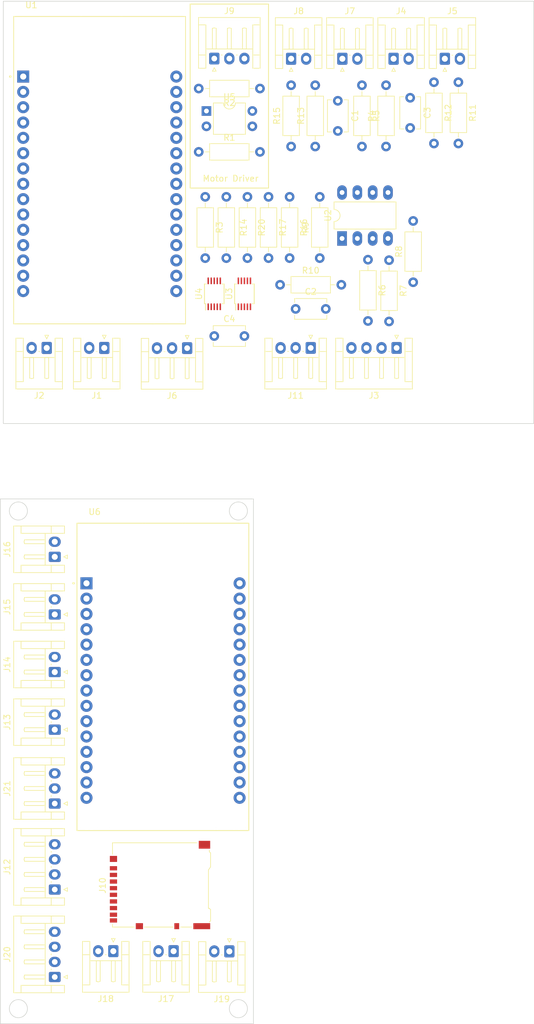
<source format=kicad_pcb>
(kicad_pcb (version 20221018) (generator pcbnew)
  (layers (0 "F.Cu" signal) (31 "B.Cu" signal) (34 "B.Paste" user) (35 "F.Paste" user) (36 "B.SilkS" user "B.Silkscreen") (37 "F.SilkS" user "F.Silkscreen") (38 "B.Mask" user) (39 "F.Mask" user) (44 "Edge.Cuts" user))
  (net 0 "")
  (net 1 "Reduced Bat1V")
  (net 2 "GND")
  (net 3 "Current")
  (net 4 "Reduced TotalV")
  (net 5 "3.3V")
  (net 6 "9V")
  (net 7 "Net-(J2-Pin_1)")
  (net 8 "Net-(J2-Pin_2)")
  (net 9 "Net-(J3-Pin_2)")
  (net 10 "Net-(J3-Pin_3)")
  (net 11 "+5V")
  (net 12 "Net-(J4-Pin_2)")
  (net 13 "Net-(J5-Pin_2)")
  (net 14 "Net-(J6-Pin_2)")
  (net 15 "Motor Temp")
  (net 16 "Motor Controller Temp")
  (net 17 "Net-(J9-Pin_1)")
  (net 18 "Net-(J9-Pin_2)")
  (net 19 "Net-(J9-Pin_3)")
  (net 23 "Net-(J10-VDD)")
  (net 25 "Net-(J10-VSS)")
  (net 29 "Net-(J11-Pin_2)")
  (net 55 "Net-(R1-Pad2)")
  (net 56 "SCL")
  (net 57 "Net-(U2A-+)")
  (net 58 "Net-(U2A--)")
  (net 59 "Net-(R10-Pad2)")
  (net 60 "SDA")
  (net 61 "Net-(U3-ALERT{slash}RDY)")
  (net 62 "Net-(U4-ALERT{slash}RDY)")
  (net 63 "Net-(U4-ADDR)")
  (net 76 "GPIO 27 - PWM")
  (footprint "Connector_JST:JST_EH_S2B-EH_1x02_P2.50mm_Horizontal" (layer "F.Cu") (at 30.7 78.9675 180)
    (fp_text reference "J2" (at 1.25 -7.9) (layer "F.SilkS"))
    (fp_text value "Data (RX TX)")
    (pad "1" thru_hole roundrect (at 0 0 180) (size 1.7 2) (drill 1) (layers "*.Cu" "*.Mask") (roundrect_rratio 0.147059) (net 7 "Net-(J2-Pin_1)"))
    (pad "2" thru_hole oval (at 2.5 0 180) (size 1.7 2) (drill 1) (layers "*.Cu" "*.Mask") (net 8 "Net-(J2-Pin_2)"))
  )
  (footprint "Connector_JST:JST_EH_S4B-EH_1x04_P2.50mm_Horizontal" (layer "F.Cu") (at 32.0325 168.75 90)
    (fp_text reference "J12" (at 3.75 -7.9 90) (layer "F.SilkS"))
    (fp_text value "Screen Connector")
    (pad "1" thru_hole roundrect (at 0 0 90) (size 1.7 1.95) (drill 0.95) (layers "*.Cu" "*.Mask") (roundrect_rratio 0.147059))
    (pad "2" thru_hole oval (at 2.5 0 90) (size 1.7 1.95) (drill 0.95) (layers "*.Cu" "*.Mask"))
    (pad "3" thru_hole oval (at 5 0 90) (size 1.7 1.95) (drill 0.95) (layers "*.Cu" "*.Mask"))
    (pad "4" thru_hole oval (at 7.5 0 90) (size 1.7 1.95) (drill 0.95) (layers "*.Cu" "*.Mask"))
  )
  (footprint "Package_DIP:DIP-8_W7.62mm_LongPads" (layer "F.Cu") (at 79.7 60.825 90)
    (fp_text reference "U2" (at 3.81 -2.33 90) (layer "F.SilkS"))
    (fp_text value "MCP6002-xP")
    (pad "1" thru_hole rect (at 0 0 90) (size 2.4 1.6) (drill 0.8) (layers "*.Cu" "*.Mask") (net 59 "Net-(R10-Pad2)"))
    (pad "2" thru_hole oval (at 0 2.54 90) (size 2.4 1.6) (drill 0.8) (layers "*.Cu" "*.Mask") (net 58 "Net-(U2A--)"))
    (pad "3" thru_hole oval (at 0 5.08 90) (size 2.4 1.6) (drill 0.8) (layers "*.Cu" "*.Mask") (net 57 "Net-(U2A-+)"))
    (pad "4" thru_hole oval (at 0 7.62 90) (size 2.4 1.6) (drill 0.8) (layers "*.Cu" "*.Mask") (net 2 "GND"))
    (pad "5" thru_hole oval (at 7.62 7.62 90) (size 2.4 1.6) (drill 0.8) (layers "*.Cu" "*.Mask"))
    (pad "6" thru_hole oval (at 7.62 5.08 90) (size 2.4 1.6) (drill 0.8) (layers "*.Cu" "*.Mask"))
    (pad "7" thru_hole oval (at 7.62 2.54 90) (size 2.4 1.6) (drill 0.8) (layers "*.Cu" "*.Mask"))
    (pad "8" thru_hole oval (at 7.62 0 90) (size 2.4 1.6) (drill 0.8) (layers "*.Cu" "*.Mask") (net 11 "+5V"))
  )
  (footprint "Connector_JST:JST_EH_S3B-EH_1x03_P2.50mm_Horizontal" (layer "F.Cu") (at 74.5 78.9675 180)
    (fp_text reference "J11" (at 2.5 -7.9) (layer "F.SilkS"))
    (fp_text value "Throttle HallEffect")
    (pad "1" thru_hole roundrect (at 0 0 180) (size 1.7 1.95) (drill 0.95) (layers "*.Cu" "*.Mask") (roundrect_rratio 0.147059) (net 2 "GND"))
    (pad "2" thru_hole oval (at 2.5 0 180) (size 1.7 1.95) (drill 0.95) (layers "*.Cu" "*.Mask") (net 29 "Net-(J11-Pin_2)"))
    (pad "3" thru_hole oval (at 5 0 180) (size 1.7 1.95) (drill 0.95) (layers "*.Cu" "*.Mask") (net 5 "3.3V"))
  )
  (footprint "Resistor_THT:R_Axial_DIN0207_L6.3mm_D2.5mm_P10.16mm_Horizontal" (layer "F.Cu") (at 57 53.92 -90)
    (fp_text reference "R3" (at 5.08 -2.37 90) (layer "F.SilkS"))
    (fp_text value "10k")
    (pad "1" thru_hole circle (at 0 0 270) (size 1.6 1.6) (drill 0.8) (layers "*.Cu" "*.Mask") (net 5 "3.3V"))
    (pad "2" thru_hole oval (at 10.16 0 270) (size 1.6 1.6) (drill 0.8) (layers "*.Cu" "*.Mask") (net 56 "SCL"))
  )
  (footprint "Connector_JST:JST_EH_S2B-EH_1x02_P2.50mm_Horizontal" (layer "F.Cu") (at 96.75 31.0325)
    (fp_text reference "J5" (at 1.25 -7.9) (layer "F.SilkS"))
    (fp_text value "Bat 1+2 V")
    (pad "1" thru_hole roundrect (at 0 0) (size 1.7 2) (drill 1) (layers "*.Cu" "*.Mask") (roundrect_rratio 0.147059) (net 2 "GND"))
    (pad "2" thru_hole oval (at 2.5 0) (size 1.7 2) (drill 1) (layers "*.Cu" "*.Mask") (net 13 "Net-(J5-Pin_2)"))
  )
  (footprint "ESP32-DEVKIT-V1:MODULE_ESP32_DEVKIT_V1" (layer "F.Cu") (at 39.5 49.5)
    (fp_text reference "U1" (at -11.355 -27.36) (layer "F.SilkS"))
    (fp_text value "ESP32-DEVKIT-V1")
    (pad "" np_thru_hole circle (at -12.28 -23.475) (size 3 3) (drill 3) (layers "*.Cu" "*.Mask"))
    (pad "" np_thru_hole circle (at -12.28 23.475) (size 3 3) (drill 3) (layers "*.Cu" "*.Mask"))
    (pad "" np_thru_hole circle (at 12.23 -23.475) (size 3 3) (drill 3) (layers "*.Cu" "*.Mask"))
    (pad "" np_thru_hole circle (at 12.23 23.475) (size 3 3) (drill 3) (layers "*.Cu" "*.Mask"))
    (pad "1" thru_hole rect (at -12.7 -15.515) (size 2 2) (drill 1.02) (layers "*.Cu" "*.Mask") (net 5 "3.3V"))
    (pad "2" thru_hole circle (at -12.7 -12.975) (size 2 2) (drill 1.02) (layers "*.Cu" "*.Mask") (net 2 "GND"))
    (pad "3" thru_hole circle (at -12.7 -10.435) (size 2 2) (drill 1.02) (layers "*.Cu" "*.Mask"))
    (pad "4" thru_hole circle (at -12.7 -7.895) (size 2 2) (drill 1.02) (layers "*.Cu" "*.Mask"))
    (pad "5" thru_hole circle (at -12.7 -5.355) (size 2 2) (drill 1.02) (layers "*.Cu" "*.Mask"))
    (pad "6" thru_hole circle (at -12.7 -2.815) (size 2 2) (drill 1.02) (layers "*.Cu" "*.Mask"))
    (pad "7" thru_hole circle (at -12.7 -0.275) (size 2 2) (drill 1.02) (layers "*.Cu" "*.Mask"))
    (pad "8" thru_hole circle (at -12.7 2.265) (size 2 2) (drill 1.02) (layers "*.Cu" "*.Mask"))
    (pad "9" thru_hole circle (at -12.7 4.805) (size 2 2) (drill 1.02) (layers "*.Cu" "*.Mask"))
    (pad "10" thru_hole circle (at -12.7 7.345) (size 2 2) (drill 1.02) (layers "*.Cu" "*.Mask"))
    (pad "11" thru_hole circle (at -12.7 9.885) (size 2 2) (drill 1.02) (layers "*.Cu" "*.Mask") (net 60 "SDA"))
    (pad "12" thru_hole circle (at -12.7 12.425) (size 2 2) (drill 1.02) (layers "*.Cu" "*.Mask") (net 7 "Net-(J2-Pin_1)"))
    (pad "13" thru_hole circle (at -12.7 14.965) (size 2 2) (drill 1.02) (layers "*.Cu" "*.Mask") (net 8 "Net-(J2-Pin_2)"))
    (pad "14" thru_hole circle (at -12.7 17.505) (size 2 2) (drill 1.02) (layers "*.Cu" "*.Mask") (net 56 "SCL"))
    (pad "15" thru_hole circle (at -12.7 20.045) (size 2 2) (drill 1.02) (layers "*.Cu" "*.Mask"))
    (pad "16" thru_hole circle (at 12.7 20.045) (size 2 2) (drill 1.02) (layers "*.Cu" "*.Mask"))
    (pad "17" thru_hole circle (at 12.7 17.505) (size 2 2) (drill 1.02) (layers "*.Cu" "*.Mask"))
    (pad "18" thru_hole circle (at 12.7 14.965) (size 2 2) (drill 1.02) (layers "*.Cu" "*.Mask"))
    (pad "19" thru_hole circle (at 12.7 12.425) (size 2 2) (drill 1.02) (layers "*.Cu" "*.Mask"))
    (pad "20" thru_hole circle (at 12.7 9.885) (size 2 2) (drill 1.02) (layers "*.Cu" "*.Mask"))
    (pad "21" thru_hole circle (at 12.7 7.345) (size 2 2) (drill 1.02) (layers "*.Cu" "*.Mask"))
    (pad "22" thru_hole circle (at 12.7 4.805) (size 2 2) (drill 1.02) (layers "*.Cu" "*.Mask"))
    (pad "23" thru_hole circle (at 12.7 2.265) (size 2 2) (drill 1.02) (layers "*.Cu" "*.Mask") (net 14 "Net-(J6-Pin_2)"))
    (pad "24" thru_hole circle (at 12.7 -0.275) (size 2 2) (drill 1.02) (layers "*.Cu" "*.Mask"))
    (pad "25" thru_hole circle (at 12.7 -2.815) (size 2 2) (drill 1.02) (layers "*.Cu" "*.Mask") (net 76 "GPIO 27 - PWM"))
    (pad "26" thru_hole circle (at 12.7 -5.355) (size 2 2) (drill 1.02) (layers "*.Cu" "*.Mask"))
    (pad "27" thru_hole circle (at 12.7 -7.895) (size 2 2) (drill 1.02) (layers "*.Cu" "*.Mask"))
    (pad "28" thru_hole circle (at 12.7 -10.435) (size 2 2) (drill 1.02) (layers "*.Cu" "*.Mask"))
    (pad "29" thru_hole circle (at 12.7 -12.975) (size 2 2) (drill 1.02) (layers "*.Cu" "*.Mask") (net 2 "GND"))
    (pad "30" thru_hole circle (at 12.7 -15.515) (size 2 2) (drill 1.02) (layers "*.Cu" "*.Mask") (net 6 "9V"))
  )
  (footprint "Capacitor_THT:C_Disc_D5.1mm_W3.2mm_P5.00mm" (layer "F.Cu") (at 91 37.5 -90)
    (fp_text reference "C3" (at 2.5 -2.85 90) (layer "F.SilkS"))
    (fp_text value "C")
    (pad "1" thru_hole circle (at 0 0 270) (size 1.6 1.6) (drill 0.8) (layers "*.Cu" "*.Mask") (net 4 "Reduced TotalV"))
    (pad "2" thru_hole circle (at 5 0 270) (size 1.6 1.6) (drill 0.8) (layers "*.Cu" "*.Mask") (net 2 "GND"))
  )
  (footprint "Connector_JST:JST_EH_S2B-EH_1x02_P2.50mm_Horizontal" (layer "F.Cu") (at 32.0325 123.15 90)
    (fp_text reference "J15" (at 1.25 -7.9 90) (layer "F.SilkS"))
    (fp_text value "Button 3")
    (pad "1" thru_hole roundrect (at 0 0 90) (size 1.7 2) (drill 1) (layers "*.Cu" "*.Mask") (roundrect_rratio 0.147059))
    (pad "2" thru_hole oval (at 2.5 0 90) (size 1.7 2) (drill 1) (layers "*.Cu" "*.Mask"))
  )
  (footprint "Package_SO:TSSOP-10_3x3mm_P0.5mm" (layer "F.Cu") (at 58.5 70 90)
    (fp_text reference "U4" (at 0 -2.55 90) (layer "F.SilkS"))
    (fp_text value "ADS1115IDGS")
    (pad "1" smd rect (at -2.15 -1 90) (size 1.1 0.25) (layers "F.Cu" "F.Paste" "F.Mask") (net 63 "Net-(U4-ADDR)"))
    (pad "2" smd rect (at -2.15 -0.5 90) (size 1.1 0.25) (layers "F.Cu" "F.Paste" "F.Mask") (net 62 "Net-(U4-ALERT{slash}RDY)"))
    (pad "3" smd rect (at -2.15 0 90) (size 1.1 0.25) (layers "F.Cu" "F.Paste" "F.Mask") (net 2 "GND"))
    (pad "4" smd rect (at -2.15 0.5 90) (size 1.1 0.25) (layers "F.Cu" "F.Paste" "F.Mask") (net 3 "Current"))
    (pad "5" smd rect (at -2.15 1 90) (size 1.1 0.25) (layers "F.Cu" "F.Paste" "F.Mask") (net 29 "Net-(J11-Pin_2)"))
    (pad "6" smd rect (at 2.15 1 90) (size 1.1 0.25) (layers "F.Cu" "F.Paste" "F.Mask"))
    (pad "7" smd rect (at 2.15 0.5 90) (size 1.1 0.25) (layers "F.Cu" "F.Paste" "F.Mask"))
    (pad "8" smd rect (at 2.15 0 90) (size 1.1 0.25) (layers "F.Cu" "F.Paste" "F.Mask") (net 5 "3.3V"))
    (pad "9" smd rect (at 2.15 -0.5 90) (size 1.1 0.25) (layers "F.Cu" "F.Paste" "F.Mask") (net 60 "SDA"))
    (pad "10" smd rect (at 2.15 -1 90) (size 1.1 0.25) (layers "F.Cu" "F.Paste" "F.Mask") (net 56 "SCL"))
  )
  (footprint "Capacitor_THT:C_Disc_D5.1mm_W3.2mm_P5.00mm" (layer "F.Cu") (at 58.5 77)
    (fp_text reference "C4" (at 2.5 -2.85) (layer "F.SilkS"))
    (fp_text value "100nF")
    (pad "1" thru_hole circle (at 0 0) (size 1.6 1.6) (drill 0.8) (layers "*.Cu" "*.Mask") (net 5 "3.3V"))
    (pad "2" thru_hole circle (at 5 0) (size 1.6 1.6) (drill 0.8) (layers "*.Cu" "*.Mask") (net 2 "GND"))
  )
  (footprint "Resistor_THT:R_Axial_DIN0207_L6.3mm_D2.5mm_P10.16mm_Horizontal" (layer "F.Cu") (at 87.5 64.42 -90)
    (fp_text reference "R7" (at 5.08 -2.37 90) (layer "F.SilkS"))
    (fp_text value "4.7k")
    (pad "1" thru_hole circle (at 0 0 270) (size 1.6 1.6) (drill 0.8) (layers "*.Cu" "*.Mask") (net 58 "Net-(U2A--)"))
    (pad "2" thru_hole oval (at 10.16 0 270) (size 1.6 1.6) (drill 0.8) (layers "*.Cu" "*.Mask") (net 9 "Net-(J3-Pin_2)"))
  )
  (footprint "Connector_JST:JST_EH_S3B-EH_1x03_P2.50mm_Horizontal" (layer "F.Cu") (at 32.0325 154.5 90)
    (fp_text reference "J21" (at 2.5 -7.9 90) (layer "F.SilkS"))
    (fp_text value "Rotary SW")
    (pad "1" thru_hole roundrect (at 0 0 90) (size 1.7 1.95) (drill 0.95) (layers "*.Cu" "*.Mask") (roundrect_rratio 0.147059))
    (pad "2" thru_hole oval (at 2.5 0 90) (size 1.7 1.95) (drill 0.95) (layers "*.Cu" "*.Mask"))
    (pad "3" thru_hole oval (at 5 0 90) (size 1.7 1.95) (drill 0.95) (layers "*.Cu" "*.Mask"))
  )
  (footprint "Connector_JST:JST_EH_S2B-EH_1x02_P2.50mm_Horizontal" (layer "F.Cu") (at 88.25 31.0325)
    (fp_text reference "J4" (at 1.25 -7.9) (layer "F.SilkS"))
    (fp_text value "Bat 1V")
    (pad "1" thru_hole roundrect (at 0 0) (size 1.7 2) (drill 1) (layers "*.Cu" "*.Mask") (roundrect_rratio 0.147059) (net 2 "GND"))
    (pad "2" thru_hole oval (at 2.5 0) (size 1.7 2) (drill 1) (layers "*.Cu" "*.Mask") (net 12 "Net-(J4-Pin_2)"))
  )
  (footprint "Resistor_THT:R_Axial_DIN0207_L6.3mm_D2.5mm_P10.16mm_Horizontal" (layer "F.Cu") (at 69.42 68.5)
    (fp_text reference "R10" (at 5.08 -2.37) (layer "F.SilkS"))
    (fp_text value "47k")
    (pad "1" thru_hole circle (at 0 0) (size 1.6 1.6) (drill 0.8) (layers "*.Cu" "*.Mask") (net 3 "Current"))
    (pad "2" thru_hole oval (at 10.16 0) (size 1.6 1.6) (drill 0.8) (layers "*.Cu" "*.Mask") (net 59 "Net-(R10-Pad2)"))
  )
  (footprint "Resistor_THT:R_Axial_DIN0207_L6.3mm_D2.5mm_P10.16mm_Horizontal" (layer "F.Cu") (at 99 34.92 -90)
    (fp_text reference "R11" (at 5.08 -2.37 90) (layer "F.SilkS"))
    (fp_text value "R")
    (pad "1" thru_hole circle (at 0 0 270) (size 1.6 1.6) (drill 0.8) (layers "*.Cu" "*.Mask") (net 13 "Net-(J5-Pin_2)"))
    (pad "2" thru_hole oval (at 10.16 0 270) (size 1.6 1.6) (drill 0.8) (layers "*.Cu" "*.Mask") (net 4 "Reduced TotalV"))
  )
  (footprint "ESP32-DEVKIT-V1:MODULE_ESP32_DEVKIT_V1" (layer "F.Cu") (at 50 133.5)
    (fp_text reference "U6" (at -11.355 -27.36) (layer "F.SilkS"))
    (fp_text value "ESP32-DEVKIT-V1")
    (pad "" np_thru_hole circle (at -12.28 -23.475) (size 3 3) (drill 3) (layers "*.Cu" "*.Mask"))
    (pad "" np_thru_hole circle (at -12.28 23.475) (size 3 3) (drill 3) (layers "*.Cu" "*.Mask"))
    (pad "" np_thru_hole circle (at 12.23 -23.475) (size 3 3) (drill 3) (layers "*.Cu" "*.Mask"))
    (pad "" np_thru_hole circle (at 12.23 23.475) (size 3 3) (drill 3) (layers "*.Cu" "*.Mask"))
    (pad "1" thru_hole rect (at -12.7 -15.515) (size 2 2) (drill 1.02) (layers "*.Cu" "*.Mask") (net 23 "Net-(J10-VDD)"))
    (pad "2" thru_hole circle (at -12.7 -12.975) (size 2 2) (drill 1.02) (layers "*.Cu" "*.Mask") (net 25 "Net-(J10-VSS)"))
    (pad "3" thru_hole circle (at -12.7 -10.435) (size 2 2) (drill 1.02) (layers "*.Cu" "*.Mask"))
    (pad "4" thru_hole circle (at -12.7 -7.895) (size 2 2) (drill 1.02) (layers "*.Cu" "*.Mask"))
    (pad "5" thru_hole circle (at -12.7 -5.355) (size 2 2) (drill 1.02) (layers "*.Cu" "*.Mask"))
    (pad "6" thru_hole circle (at -12.7 -2.815) (size 2 2) (drill 1.02) (layers "*.Cu" "*.Mask"))
    (pad "7" thru_hole circle (at -12.7 -0.275) (size 2 2) (drill 1.02) (layers "*.Cu" "*.Mask"))
    (pad "8" thru_hole circle (at -12.7 2.265) (size 2 2) (drill 1.02) (layers "*.Cu" "*.Mask"))
    (pad "9" thru_hole circle (at -12.7 4.805) (size 2 2) (drill 1.02) (layers "*.Cu" "*.Mask"))
    (pad "10" thru_hole circle (at -12.7 7.345) (size 2 2) (drill 1.02) (layers "*.Cu" "*.Mask"))
    (pad "11" thru_hole circle (at -12.7 9.885) (size 2 2) (drill 1.02) (layers "*.Cu" "*.Mask"))
    (pad "12" thru_hole circle (at -12.7 12.425) (size 2 2) (drill 1.02) (layers "*.Cu" "*.Mask"))
    (pad "13" thru_hole circle (at -12.7 14.965) (size 2 2) (drill 1.02) (layers "*.Cu" "*.Mask"))
    (pad "14" thru_hole circle (at -12.7 17.505) (size 2 2) (drill 1.02) (layers "*.Cu" "*.Mask"))
    (pad "15" thru_hole circle (at -12.7 20.045) (size 2 2) (drill 1.02) (layers "*.Cu" "*.Mask"))
    (pad "16" thru_hole circle (at 12.7 20.045) (size 2 2) (drill 1.02) (layers "*.Cu" "*.Mask"))
    (pad "17" thru_hole circle (at 12.7 17.505) (size 2 2) (drill 1.02) (layers "*.Cu" "*.Mask"))
    (pad "18" thru_hole circle (at 12.7 14.965) (size 2 2) (drill 1.02) (layers "*.Cu" "*.Mask"))
    (pad "19" thru_hole circle (at 12.7 12.425) (size 2 2) (drill 1.02) (layers "*.Cu" "*.Mask"))
    (pad "20" thru_hole circle (at 12.7 9.885) (size 2 2) (drill 1.02) (layers "*.Cu" "*.Mask"))
    (pad "21" thru_hole circle (at 12.7 7.345) (size 2 2) (drill 1.02) (layers "*.Cu" "*.Mask"))
    (pad "22" thru_hole circle (at 12.7 4.805) (size 2 2) (drill 1.02) (layers "*.Cu" "*.Mask"))
    (pad "23" thru_hole circle (at 12.7 2.265) (size 2 2) (drill 1.02) (layers "*.Cu" "*.Mask"))
    (pad "24" thru_hole circle (at 12.7 -0.275) (size 2 2) (drill 1.02) (layers "*.Cu" "*.Mask"))
    (pad "25" thru_hole circle (at 12.7 -2.815) (size 2 2) (drill 1.02) (layers "*.Cu" "*.Mask"))
    (pad "26" thru_hole circle (at 12.7 -5.355) (size 2 2) (drill 1.02) (layers "*.Cu" "*.Mask"))
    (pad "27" thru_hole circle (at 12.7 -7.895) (size 2 2) (drill 1.02) (layers "*.Cu" "*.Mask"))
    (pad "28" thru_hole circle (at 12.7 -10.435) (size 2 2) (drill 1.02) (layers "*.Cu" "*.Mask"))
    (pad "29" thru_hole circle (at 12.7 -12.975) (size 2 2) (drill 1.02) (layers "*.Cu" "*.Mask") (net 25 "Net-(J10-VSS)"))
    (pad "30" thru_hole circle (at 12.7 -15.515) (size 2 2) (drill 1.02) (layers "*.Cu" "*.Mask"))
  )
  (footprint "Connector_JST:JST_EH_S2B-EH_1x02_P2.50mm_Horizontal" (layer "F.Cu") (at 61 179 180)
    (fp_text reference "J19" (at 1.25 -7.9) (layer "F.SilkS"))
    (fp_text value "Power (9v)")
    (pad "1" thru_hole roundrect (at 0 0 180) (size 1.7 2) (drill 1) (layers "*.Cu" "*.Mask") (roundrect_rratio 0.147059))
    (pad "2" thru_hole oval (at 2.5 0 180) (size 1.7 2) (drill 1) (layers "*.Cu" "*.Mask"))
  )
  (footprint "Connector_JST:JST_EH_S2B-EH_1x02_P2.50mm_Horizontal" (layer "F.Cu") (at 41.75 178.9675 180)
    (fp_text reference "J18" (at 1.25 -7.9) (layer "F.SilkS"))
    (fp_text value "Data (RX TX)")
    (pad "1" thru_hole roundrect (at 0 0 180) (size 1.7 2) (drill 1) (layers "*.Cu" "*.Mask") (roundrect_rratio 0.147059))
    (pad "2" thru_hole oval (at 2.5 0 180) (size 1.7 2) (drill 1) (layers "*.Cu" "*.Mask"))
  )
  (footprint "Resistor_THT:R_Axial_DIN0207_L6.3mm_D2.5mm_P10.16mm_Horizontal" (layer "F.Cu") (at 87 45.58 90)
    (fp_text reference "R4" (at 5.08 -2.37 90) (layer "F.SilkS"))
    (fp_text value "R")
    (pad "1" thru_hole circle (at 0 0 90) (size 1.6 1.6) (drill 0.8) (layers "*.Cu" "*.Mask") (net 12 "Net-(J4-Pin_2)"))
    (pad "2" thru_hole oval (at 10.16 0 90) (size 1.6 1.6) (drill 0.8) (layers "*.Cu" "*.Mask") (net 1 "Reduced Bat1V"))
  )
  (footprint "Connector_JST:JST_EH_S2B-EH_1x02_P2.50mm_Horizontal" (layer "F.Cu") (at 32.0325 113.6 90)
    (fp_text reference "J16" (at 1.25 -7.9 90) (layer "F.SilkS"))
    (fp_text value "Button 4")
    (pad "1" thru_hole roundrect (at 0 0 90) (size 1.7 2) (drill 1) (layers "*.Cu" "*.Mask") (roundrect_rratio 0.147059))
    (pad "2" thru_hole oval (at 2.5 0 90) (size 1.7 2) (drill 1) (layers "*.Cu" "*.Mask"))
  )
  (footprint "Package_SO:TSSOP-10_3x3mm_P0.5mm" (layer "F.Cu") (at 63.5 70 90)
    (fp_text reference "U3" (at 0 -2.55 90) (layer "F.SilkS"))
    (fp_text value "ADS1115IDGS")
    (pad "1" smd rect (at -2.15 -1 90) (size 1.1 0.25) (layers "F.Cu" "F.Paste" "F.Mask") (net 2 "GND"))
    (pad "2" smd rect (at -2.15 -0.5 90) (size 1.1 0.25) (layers "F.Cu" "F.Paste" "F.Mask") (net 61 "Net-(U3-ALERT{slash}RDY)"))
    (pad "3" smd rect (at -2.15 0 90) (size 1.1 0.25) (layers "F.Cu" "F.Paste" "F.Mask") (net 2 "GND"))
    (pad "4" smd rect (at -2.15 0.5 90) (size 1.1 0.25) (layers "F.Cu" "F.Paste" "F.Mask") (net 4 "Reduced TotalV"))
    (pad "5" smd rect (at -2.15 1 90) (size 1.1 0.25) (layers "F.Cu" "F.Paste" "F.Mask") (net 1 "Reduced Bat1V"))
    (pad "6" smd rect (at 2.15 1 90) (size 1.1 0.25) (layers "F.Cu" "F.Paste" "F.Mask") (net 15 "Motor Temp"))
    (pad "7" smd rect (at 2.15 0.5 90) (size 1.1 0.25) (layers "F.Cu" "F.Paste" "F.Mask") (net 16 "Motor Controller Temp"))
    (pad "8" smd rect (at 2.15 0 90) (size 1.1 0.25) (layers "F.Cu" "F.Paste" "F.Mask") (net 5 "3.3V"))
    (pad "9" smd rect (at 2.15 -0.5 90) (size 1.1 0.25) (layers "F.Cu" "F.Paste" "F.Mask") (net 60 "SDA"))
    (pad "10" smd rect (at 2.15 -1 90) (size 1.1 0.25) (layers "F.Cu" "F.Paste" "F.Mask") (net 56 "SCL"))
  )
  (footprint "Resistor_THT:R_Axial_DIN0207_L6.3mm_D2.5mm_P10.16mm_Horizontal" (layer "F.Cu") (at 91.5 68.08 90)
    (fp_text reference "R8" (at 5.08 -2.37 90) (layer "F.SilkS"))
    (fp_text value "10k")
    (pad "1" thru_hole circle (at 0 0 90) (size 1.6 1.6) (drill 0.8) (layers "*.Cu" "*.Mask") (net 58 "Net-(U2A--)"))
    (pad "2" thru_hole oval (at 10.16 0 90) (size 1.6 1.6) (drill 0.8) (layers "*.Cu" "*.Mask") (net 2 "GND"))
  )
  (footprint "Resistor_THT:R_Axial_DIN0207_L6.3mm_D2.5mm_P10.16mm_Horizontal" (layer "F.Cu") (at 60.5 53.92 -90)
    (fp_text reference "R14" (at 5.08 -2.87 90) (layer "F.SilkS"))
    (fp_text value "10k")
    (pad "1" thru_hole circle (at 0 0 270) (size 1.6 1.6) (drill 0.8) (layers "*.Cu" "*.Mask") (net 5 "3.3V"))
    (pad "2" thru_hole oval (at 10.16 0 270) (size 1.6 1.6) (drill 0.8) (layers "*.Cu" "*.Mask") (net 60 "SDA"))
  )
  (footprint "Resistor_THT:R_Axial_DIN0207_L6.3mm_D2.5mm_P10.16mm_Horizontal" (layer "F.Cu") (at 64 53.92 -90)
    (fp_text reference "R20" (at 5.08 -2.37 90) (layer "F.SilkS"))
    (fp_text value "10k")
    (pad "1" thru_hole circle (at 0 0 270) (size 1.6 1.6) (drill 0.8) (layers "*.Cu" "*.Mask") (net 5 "3.3V"))
    (pad "2" thru_hole oval (at 10.16 0 270) (size 1.6 1.6) (drill 0.8) (layers "*.Cu" "*.Mask") (net 63 "Net-(U4-ADDR)"))
  )
  (footprint "Connector_JST:JST_EH_S2B-EH_1x02_P2.50mm_Horizontal" (layer "F.Cu") (at 40.25 78.9675 180)
    (fp_text reference "J1" (at 1.25 -7.9) (layer "F.SilkS"))
    (fp_text value "Power (9v)")
    (pad "1" thru_hole roundrect (at 0 0 180) (size 1.7 2) (drill 1) (layers "*.Cu" "*.Mask") (roundrect_rratio 0.147059) (net 6 "9V"))
    (pad "2" thru_hole oval (at 2.5 0 180) (size 1.7 2) (drill 1) (layers "*.Cu" "*.Mask") (net 2 "GND"))
  )
  (footprint "Resistor_THT:R_Axial_DIN0207_L6.3mm_D2.5mm_P10.16mm_Horizontal" (layer "F.Cu") (at 71.25 45.58 90)
    (fp_text reference "R15" (at 5.08 -2.37 90) (layer "F.SilkS"))
    (fp_text value "R")
    (pad "1" thru_hole circle (at 0 0 90) (size 1.6 1.6) (drill 0.8) (layers "*.Cu" "*.Mask") (net 5 "3.3V"))
    (pad "2" thru_hole oval (at 10.16 0 90) (size 1.6 1.6) (drill 0.8) (layers "*.Cu" "*.Mask") (net 16 "Motor Controller Temp"))
  )
  (footprint "Connector_JST:JST_EH_S3B-EH_1x03_P2.50mm_Horizontal" (layer "F.Cu") (at 58.5 31)
    (fp_text reference "J9" (at 2.5 -7.9) (layer "F.SilkS"))
    (fp_text value "Motor Controller")
    (pad "1" thru_hole roundrect (at 0 0) (size 1.7 1.95) (drill 0.95) (layers "*.Cu" "*.Mask") (roundrect_rratio 0.147059) (net 17 "Net-(J9-Pin_1)"))
    (pad "2" thru_hole oval (at 2.5 0) (size 1.7 1.95) (drill 0.95) (layers "*.Cu" "*.Mask") (net 18 "Net-(J9-Pin_2)"))
    (pad "3" thru_hole oval (at 5 0) (size 1.7 1.95) (drill 0.95) (layers "*.Cu" "*.Mask") (net 19 "Net-(J9-Pin_3)"))
  )
  (footprint "Connector_JST:JST_EH_S2B-EH_1x02_P2.50mm_Horizontal" (layer "F.Cu") (at 71.25 31.0325)
    (fp_text reference "J8" (at 1.25 -7.9) (layer "F.SilkS"))
    (fp_text value "Motor Controller Temp")
    (pad "1" thru_hole roundrect (at 0 0) (size 1.7 2) (drill 1) (layers "*.Cu" "*.Mask") (roundrect_rratio 0.147059) (net 16 "Motor Controller Temp"))
    (pad "2" thru_hole oval (at 2.5 0) (size 1.7 2) (drill 1) (layers "*.Cu" "*.Mask") (net 2 "GND"))
  )
  (footprint "Resistor_THT:R_Axial_DIN0207_L6.3mm_D2.5mm_P10.16mm_Horizontal" (layer "F.Cu") (at 71 53.92 -90)
    (fp_text reference "R16" (at 5.08 -2.37 90) (layer "F.SilkS"))
    (fp_text value "10k")
    (pad "1" thru_hole circle (at 0 0 270) (size 1.6 1.6) (drill 0.8) (layers "*.Cu" "*.Mask") (net 5 "3.3V"))
    (pad "2" thru_hole oval (at 10.16 0 270) (size 1.6 1.6) (drill 0.8) (layers "*.Cu" "*.Mask") (net 61 "Net-(U3-ALERT{slash}RDY)"))
  )
  (footprint "Connector_Card:microSD_HC_Hirose_DM3AT-SF-PEJM5" (layer "F.Cu") (at 49.5 168 90)
    (fp_text reference "J10" (at -0.075 -9.525 90) (layer "F.SilkS"))
    (fp_text value "Micro_SD_Card")
    (pad "1" smd rect (at 2.775 -7.725 90) (size 0.7 1.2) (layers "F.Cu" "F.Paste" "F.Mask"))
    (pad "2" smd rect (at 1.675 -7.725 90) (size 0.7 1.2) (layers "F.Cu" "F.Paste" "F.Mask"))
    (pad "3" smd rect (at 0.575 -7.725 90) (size 0.7 1.2) (layers "F.Cu" "F.Paste" "F.Mask"))
    (pad "4" smd rect (at -0.525 -7.725 90) (size 0.7 1.2) (layers "F.Cu" "F.Paste" "F.Mask") (net 23 "Net-(J10-VDD)"))
    (pad "5" smd rect (at -1.625 -7.725 90) (size 0.7 1.2) (layers "F.Cu" "F.Paste" "F.Mask"))
    (pad "6" smd rect (at -2.725 -7.725 90) (size 0.7 1.2) (layers "F.Cu" "F.Paste" "F.Mask") (net 25 "Net-(J10-VSS)"))
    (pad "7" smd rect (at -3.825 -7.725 90) (size 0.7 1.2) (layers "F.Cu" "F.Paste" "F.Mask"))
    (pad "8" smd rect (at -4.925 -7.725 90) (size 0.7 1.2) (layers "F.Cu" "F.Paste" "F.Mask"))
    (pad "9" smd rect (at -5.875 -7.725 90) (size 0.7 1.2) (layers "F.Cu" "F.Paste" "F.Mask"))
    (pad "10" smd rect (at -6.825 2.775 90) (size 1 0.8) (layers "F.Cu" "F.Paste" "F.Mask"))
    (pad "11" smd rect (at -6.825 -3.425 90) (size 1 1.2) (layers "F.Cu" "F.Paste" "F.Mask"))
    (pad "11" smd rect (at -6.825 6.925 90) (size 1 2.8) (layers "F.Cu" "F.Paste" "F.Mask"))
    (pad "11" smd rect (at 4.325 -7.725 90) (size 1 1.2) (layers "F.Cu" "F.Paste" "F.Mask"))
    (pad "11" smd rect (at 6.675 7.375 90) (size 1.3 1.9) (layers "F.Cu" "F.Paste" "F.Mask"))
  )
  (footprint "Connector_JST:JST_EH_S2B-EH_1x02_P2.50mm_Horizontal" (layer "F.Cu") (at 51.75 178.9675 180)
    (fp_text reference "J17" (at 1.25 -7.9) (layer "F.SilkS"))
    (fp_text value "Power OUT (9v)")
    (pad "1" thru_hole roundrect (at 0 0 180) (size 1.7 2) (drill 1) (layers "*.Cu" "*.Mask") (roundrect_rratio 0.147059))
    (pad "2" thru_hole oval (at 2.5 0 180) (size 1.7 2) (drill 1) (layers "*.Cu" "*.Mask"))
  )
  (footprint "Capacitor_THT:C_Disc_D5.1mm_W3.2mm_P5.00mm" (layer "F.Cu") (at 79 38 -90)
    (fp_text reference "C1" (at 2.5 -2.85 90) (layer "F.SilkS"))
    (fp_text value "C")
    (pad "1" thru_hole circle (at 0 0 270) (size 1.6 1.6) (drill 0.8) (layers "*.Cu" "*.Mask") (net 1 "Reduced Bat1V"))
    (pad "2" thru_hole circle (at 5 0 270) (size 1.6 1.6) (drill 0.8) (layers "*.Cu" "*.Mask") (net 2 "GND"))
  )
  (footprint "Resistor_THT:R_Axial_DIN0207_L6.3mm_D2.5mm_P10.16mm_Horizontal" (layer "F.Cu") (at 67.5 53.92 -90)
    (fp_text reference "R17" (at 5.08 -2.37 90) (layer "F.SilkS"))
    (fp_text value "10k")
    (pad "1" thru_hole circle (at 0 0 270) (size 1.6 1.6) (drill 0.8) (layers "*.Cu" "*.Mask") (net 5 "3.3V"))
    (pad "2" thru_hole oval (at 10.16 0 270) (size 1.6 1.6) (drill 0.8) (layers "*.Cu" "*.Mask") (net 62 "Net-(U4-ALERT{slash}RDY)"))
  )
  (footprint "Resistor_THT:R_Axial_DIN0207_L6.3mm_D2.5mm_P10.16mm_Horizontal" (layer "F.Cu") (at 66.08 35.9675 180)
    (fp_text reference "R2" (at 5.08 -2.37) (layer "F.SilkS"))
    (fp_text value "1k")
    (pad "1" thru_hole circle (at 0 0 180) (size 1.6 1.6) (drill 0.8) (layers "*.Cu" "*.Mask") (net 18 "Net-(J9-Pin_2)"))
    (pad "2" thru_hole oval (at 10.16 0 180) (size 1.6 1.6) (drill 0.8) (layers "*.Cu" "*.Mask") (net 17 "Net-(J9-Pin_1)"))
  )
  (footprint "Connector_JST:JST_EH_S4B-EH_1x04_P2.50mm_Horizontal" (layer "F.Cu") (at 88.75 78.9675 180)
    (fp_text reference "J3" (at 3.75 -7.9) (layer "F.SilkS"))
    (fp_text value "Current Sensor")
    (pad "1" thru_hole roundrect (at 0 0 180) (size 1.7 1.95) (drill 0.95) (layers "*.Cu" "*.Mask") (roundrect_rratio 0.147059) (net 2 "GND"))
    (pad "2" thru_hole oval (at 2.5 0 180) (size 1.7 1.95) (drill 0.95) (layers "*.Cu" "*.Mask") (net 9 "Net-(J3-Pin_2)"))
    (pad "3" thru_hole oval (at 5 0 180) (size 1.7 1.95) (drill 0.95) (layers "*.Cu" "*.Mask") (net 10 "Net-(J3-Pin_3)"))
    (pad "4" thru_hole oval (at 7.5 0 180) (size 1.7 1.95) (drill 0.95) (layers "*.Cu" "*.Mask") (net 11 "+5V"))
  )
  (footprint "Connector_JST:JST_EH_S2B-EH_1x02_P2.50mm_Horizontal" (layer "F.Cu") (at 32.0325 132.7 90)
    (fp_text reference "J14" (at 1.25 -7.9 90) (layer "F.SilkS"))
    (fp_text value "Button 2")
    (pad "1" thru_hole roundrect (at 0 0 90) (size 1.7 2) (drill 1) (layers "*.Cu" "*.Mask") (roundrect_rratio 0.147059))
    (pad "2" thru_hole oval (at 2.5 0 90) (size 1.7 2) (drill 1) (layers "*.Cu" "*.Mask"))
  )
  (footprint "Resistor_THT:R_Axial_DIN0207_L6.3mm_D2.5mm_P10.16mm_Horizontal" (layer "F.Cu") (at 75.25 45.58 90)
    (fp_text reference "R13" (at 5.08 -2.37 90) (layer "F.SilkS"))
    (fp_text value "R")
    (pad "1" thru_hole circle (at 0 0 90) (size 1.6 1.6) (drill 0.8) (layers "*.Cu" "*.Mask") (net 5 "3.3V"))
    (pad "2" thru_hole oval (at 10.16 0 90) (size 1.6 1.6) (drill 0.8) (layers "*.Cu" "*.Mask") (net 15 "Motor Temp"))
  )
  (footprint "Capacitor_THT:C_Disc_D5.1mm_W3.2mm_P5.00mm" (layer "F.Cu") (at 72 72.5)
    (fp_text reference "C2" (at 2.5 -2.85) (layer "F.SilkS"))
    (fp_text value "1u")
    (pad "1" thru_hole circle (at 0 0) (size 1.6 1.6) (drill 0.8) (layers "*.Cu" "*.Mask") (net 3 "Current"))
    (pad "2" thru_hole circle (at 5 0) (size 1.6 1.6) (drill 0.8) (layers "*.Cu" "*.Mask") (net 2 "GND"))
  )
  (footprint "Resistor_THT:R_Axial_DIN0207_L6.3mm_D2.5mm_P10.16mm_Horizontal" (layer "F.Cu") (at 83 35.42 -90)
    (fp_text reference "R5" (at 5.08 -2.37 90) (layer "F.SilkS"))
    (fp_text value "R")
    (pad "1" thru_hole circle (at 0 0 270) (size 1.6 1.6) (drill 0.8) (layers "*.Cu" "*.Mask") (net 1 "Reduced Bat1V"))
    (pad "2" thru_hole oval (at 10.16 0 270) (size 1.6 1.6) (drill 0.8) (layers "*.Cu" "*.Mask") (net 2 "GND"))
  )
  (footprint "Connector_JST:JST_EH_S3B-EH_1x03_P2.50mm_Horizontal" (layer "F.Cu") (at 54 79 180)
    (fp_text reference "J6" (at 2.5 -7.9) (layer "F.SilkS"))
    (fp_text value "RPM Sensor")
    (pad "1" thru_hole roundrect (at 0 0 180) (size 1.7 1.95) (drill 0.95) (layers "*.Cu" "*.Mask") (roundrect_rratio 0.147059) (net 5 "3.3V"))
    (pad "2" thru_hole oval (at 2.5 0 180) (size 1.7 1.95) (drill 0.95) (layers "*.Cu" "*.Mask") (net 14 "Net-(J6-Pin_2)"))
    (pad "3" thru_hole oval (at 5 0 180) (size 1.7 1.95) (drill 0.95) (layers "*.Cu" "*.Mask") (net 2 "GND"))
  )
  (footprint "Resistor_THT:R_Axial_DIN0207_L6.3mm_D2.5mm_P10.16mm_Horizontal" (layer "F.Cu") (at 76 64.08 90)
    (fp_text reference "R9" (at 5.08 -2.37 90) (layer "F.SilkS"))
    (fp_text value "10k")
    (pad "1" thru_hole circle (at 0 0 90) (size 1.6 1.6) (drill 0.8) (layers "*.Cu" "*.Mask") (net 59 "Net-(R10-Pad2)"))
    (pad "2" thru_hole oval (at 10.16 0 90) (size 1.6 1.6) (drill 0.8) (layers "*.Cu" "*.Mask") (net 57 "Net-(U2A-+)"))
  )
  (footprint "Resistor_THT:R_Axial_DIN0207_L6.3mm_D2.5mm_P10.16mm_Horizontal" (layer "F.Cu") (at 55.92 46.4675)
    (fp_text reference "R1" (at 5.08 -2.37) (layer "F.SilkS"))
    (fp_text value "220")
    (pad "1" thru_hole circle (at 0 0) (size 1.6 1.6) (drill 0.8) (layers "*.Cu" "*.Mask") (net 2 "GND"))
    (pad "2" thru_hole oval (at 10.16 0) (size 1.6 1.6) (drill 0.8) (layers "*.Cu" "*.Mask") (net 55 "Net-(R1-Pad2)"))
  )
  (footprint "Connector_JST:JST_EH_S4B-EH_1x04_P2.50mm_Horizontal" (layer "F.Cu") (at 32.0325 183.25 90)
    (fp_text reference "J20" (at 3.75 -7.9 90) (layer "F.SilkS"))
    (fp_text value "HC12")
    (pad "1" thru_hole roundrect (at 0 0 90) (size 1.7 1.95) (drill 0.95) (layers "*.Cu" "*.Mask") (roundrect_rratio 0.147059))
    (pad "2" thru_hole oval (at 2.5 0 90) (size 1.7 1.95) (drill 0.95) (layers "*.Cu" "*.Mask"))
    (pad "3" thru_hole oval (at 5 0 90) (size 1.7 1.95) (drill 0.95) (layers "*.Cu" "*.Mask"))
    (pad "4" thru_hole oval (at 7.5 0 90) (size 1.7 1.95) (drill 0.95) (layers "*.Cu" "*.Mask"))
  )
  (footprint "Resistor_THT:R_Axial_DIN0207_L6.3mm_D2.5mm_P10.16mm_Horizontal" (layer "F.Cu") (at 84 64.34 -90)
    (fp_text reference "R6" (at 5.08 -2.37 90) (layer "F.SilkS"))
    (fp_text value "4.7k")
    (pad "1" thru_hole circle (at 0 0 270) (size 1.6 1.6) (drill 0.8) (layers "*.Cu" "*.Mask") (net 57 "Net-(U2A-+)"))
    (pad "2" thru_hole oval (at 10.16 0 270) (size 1.6 1.6) (drill 0.8) (layers "*.Cu" "*.Mask") (net 10 "Net-(J3-Pin_3)"))
  )
  (footprint "Connector_JST:JST_EH_S2B-EH_1x02_P2.50mm_Horizontal" (layer "F.Cu") (at 32.0325 142.25 90)
    (fp_text reference "J13" (at 1.25 -7.9 90) (layer "F.SilkS"))
    (fp_text value "Button 1")
    (pad "1" thru_hole roundrect (at 0 0 90) (size 1.7 2) (drill 1) (layers "*.Cu" "*.Mask") (roundrect_rratio 0.147059))
    (pad "2" thru_hole oval (at 2.5 0 90) (size 1.7 2) (drill 1) (layers "*.Cu" "*.Mask"))
  )
  (footprint "Package_DIP:DIP-4_W7.62mm" (layer "F.Cu") (at 57.2 39.6925)
    (fp_text reference "U5" (at 3.81 -2.33) (layer "F.SilkS"))
    (fp_text value "PC817")
    (pad "1" thru_hole rect (at 0 0) (size 1.6 1.6) (drill 0.8) (layers "*.Cu" "*.Mask") (net 76 "GPIO 27 - PWM"))
    (pad "2" thru_hole oval (at 0 2.54) (size 1.6 1.6) (drill 0.8) (layers "*.Cu" "*.Mask") (net 55 "Net-(R1-Pad2)"))
    (pad "3" thru_hole oval (at 7.62 2.54) (size 1.6 1.6) (drill 0.8) (layers "*.Cu" "*.Mask") (net 18 "Net-(J9-Pin_2)"))
    (pad "4" thru_hole oval (at 7.62 0) (size 1.6 1.6) (drill 0.8) (layers "*.Cu" "*.Mask") (net 19 "Net-(J9-Pin_3)"))
  )
  (footprint "Resistor_THT:R_Axial_DIN0207_L6.3mm_D2.5mm_P10.16mm_Horizontal" (layer "F.Cu") (at 94.95 34.92 -90)
    (fp_text reference "R12" (at 5.08 -2.37 90) (layer "F.SilkS"))
    (fp_text value "R")
    (pad "1" thru_hole circle (at 0 0 270) (size 1.6 1.6) (drill 0.8) (layers "*.Cu" "*.Mask") (net 4 "Reduced TotalV"))
    (pad "2" thru_hole oval (at 10.16 0 270) (size 1.6 1.6) (drill 0.8) (layers "*.Cu" "*.Mask") (net 2 "GND"))
  )
  (footprint "Connector_JST:JST_EH_S2B-EH_1x02_P2.50mm_Horizontal" (layer "F.Cu") (at 79.75 31.0325)
    (fp_text reference "J7" (at 1.25 -7.9) (layer "F.SilkS"))
    (fp_text value "Motor Temp")
    (pad "1" thru_hole roundrect (at 0 0) (size 1.7 2) (drill 1) (layers "*.Cu" "*.Mask") (roundrect_rratio 0.147059) (net 15 "Motor Temp"))
    (pad "2" thru_hole oval (at 2.5 0) (size 1.7 2) (drill 1) (layers "*.Cu" "*.Mask") (net 2 "GND"))
  )
  (gr_rect (start 54.5 21.9675) (end 67.5 52.4675) (stroke (width 0.15)) (fill none) (layer "F.SilkS"))
  (gr_circle (center 62.5 106) (end 61 106) (stroke (width 0.1)) (fill none) (layer "Edge.Cuts"))
  (gr_rect (start 23 104) (end 65 191) (stroke (width 0.1)) (fill none) (layer "Edge.Cuts"))
  (gr_circle (center 62.5 188.5) (end 61 188.5) (stroke (width 0.1)) (fill none) (layer "Edge.Cuts"))
  (gr_circle (center 26 106) (end 27.5 106) (stroke (width 0.1)) (fill none) (layer "Edge.Cuts"))
  (gr_rect (start 23.5 21.5) (end 111.5 91.5) (stroke (width 0.1)) (fill none) (layer "Edge.Cuts"))
  (gr_circle (center 26 188.5) (end 27.5 188.5) (stroke (width 0.1)) (fill none) (layer "Edge.Cuts"))
  (gr_text "Motor Driver\n" (at 56.5 51.4675) (layer "F.SilkS") (effects (font (size 1 1)) (justify left bottom)))
)
</source>
